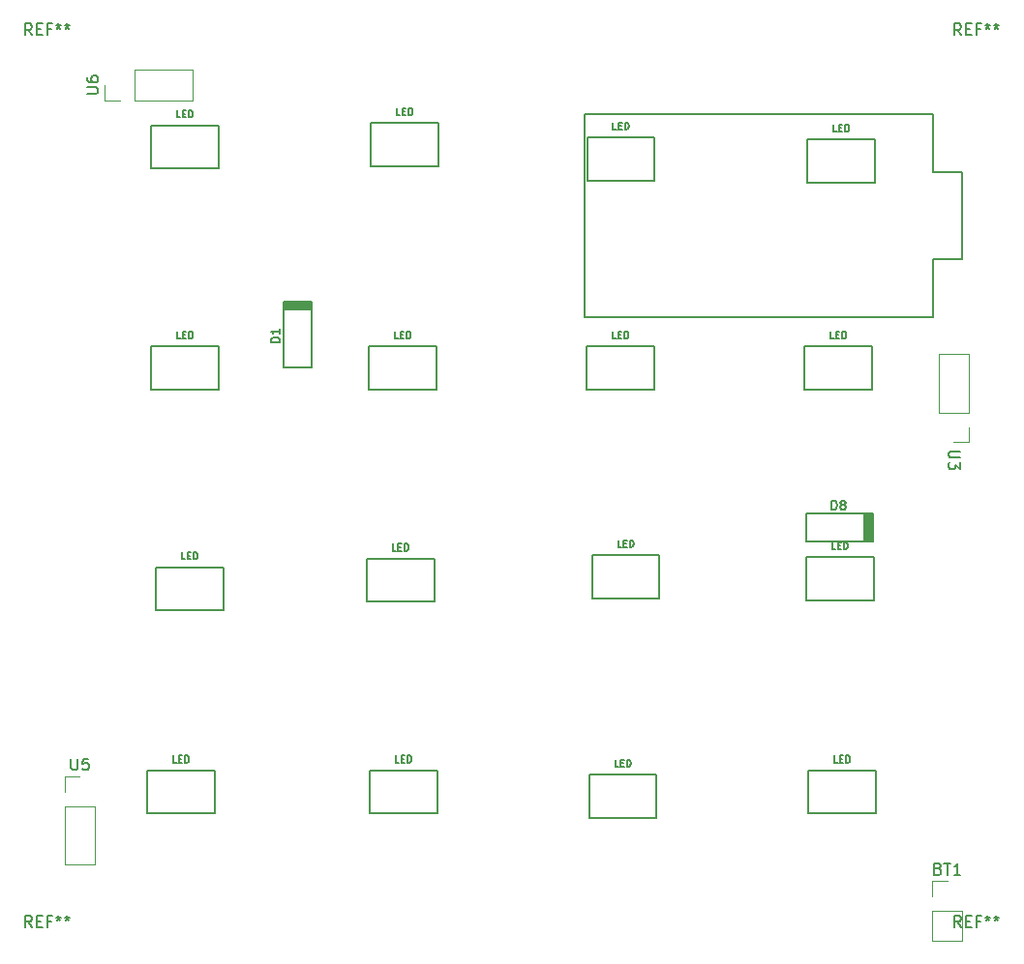
<source format=gbr>
G04 #@! TF.GenerationSoftware,KiCad,Pcbnew,(5.0.0-3-g5ebb6b6)*
G04 #@! TF.CreationDate,2019-04-29T08:54:36-07:00*
G04 #@! TF.ProjectId,arrowPad,6172726F775061642E6B696361645F70,rev?*
G04 #@! TF.SameCoordinates,Original*
G04 #@! TF.FileFunction,Legend,Top*
G04 #@! TF.FilePolarity,Positive*
%FSLAX46Y46*%
G04 Gerber Fmt 4.6, Leading zero omitted, Abs format (unit mm)*
G04 Created by KiCad (PCBNEW (5.0.0-3-g5ebb6b6)) date Monday, April 29, 2019 at 08:54:36 AM*
%MOMM*%
%LPD*%
G01*
G04 APERTURE LIST*
%ADD10C,0.200000*%
%ADD11C,0.120000*%
%ADD12C,0.150000*%
G04 APERTURE END LIST*
D10*
G04 #@! TO.C,D8*
X185160000Y-92145000D02*
X190960000Y-92145000D01*
X185160000Y-94545000D02*
X185160000Y-92145000D01*
X190960000Y-94545000D02*
X185160000Y-94545000D01*
X190885000Y-94545000D02*
X190885000Y-92145000D01*
X190760000Y-94545000D02*
X190760000Y-92145000D01*
X190985000Y-92145000D02*
X190985000Y-94545000D01*
X190585000Y-94545000D02*
X190585000Y-92145000D01*
X190410000Y-94545000D02*
X190410000Y-92145000D01*
X190235000Y-94545000D02*
X190235000Y-92145000D01*
D11*
G04 #@! TO.C,U3*
X199386500Y-78146600D02*
X196726500Y-78146600D01*
X199386500Y-83286600D02*
X199386500Y-78146600D01*
X196726500Y-83286600D02*
X196726500Y-78146600D01*
X199386500Y-83286600D02*
X196726500Y-83286600D01*
X199386500Y-84556600D02*
X199386500Y-85886600D01*
X199386500Y-85886600D02*
X198056500Y-85886600D01*
G04 #@! TO.C,U5*
X120285200Y-122869000D02*
X122945200Y-122869000D01*
X120285200Y-117729000D02*
X120285200Y-122869000D01*
X122945200Y-117729000D02*
X122945200Y-122869000D01*
X120285200Y-117729000D02*
X122945200Y-117729000D01*
X120285200Y-116459000D02*
X120285200Y-115129000D01*
X120285200Y-115129000D02*
X121615200Y-115129000D01*
D12*
G04 #@! TO.C,U1*
X196215000Y-57150000D02*
X165735000Y-57150000D01*
X196215000Y-57150000D02*
X196215000Y-62230000D01*
X196215000Y-62230000D02*
X198755000Y-62230000D01*
X198755000Y-62230000D02*
X198755000Y-69850000D01*
X198755000Y-69850000D02*
X196215000Y-69850000D01*
X196215000Y-69850000D02*
X196215000Y-74930000D01*
X196215000Y-74930000D02*
X165735000Y-74930000D01*
X165735000Y-74930000D02*
X165735000Y-57150000D01*
D11*
G04 #@! TO.C,U6*
X131505000Y-55940000D02*
X131505000Y-53280000D01*
X126365000Y-55940000D02*
X131505000Y-55940000D01*
X126365000Y-53280000D02*
X131505000Y-53280000D01*
X126365000Y-55940000D02*
X126365000Y-53280000D01*
X125095000Y-55940000D02*
X123765000Y-55940000D01*
X123765000Y-55940000D02*
X123765000Y-54610000D01*
G04 #@! TO.C,BT1*
X196155000Y-129498400D02*
X198815000Y-129498400D01*
X196155000Y-126898400D02*
X196155000Y-129498400D01*
X198815000Y-126898400D02*
X198815000Y-129498400D01*
X196155000Y-126898400D02*
X198815000Y-126898400D01*
X196155000Y-125628400D02*
X196155000Y-124298400D01*
X196155000Y-124298400D02*
X197485000Y-124298400D01*
D10*
G04 #@! TO.C,D1*
X141865200Y-74280600D02*
X139465200Y-74280600D01*
X141865200Y-74105600D02*
X139465200Y-74105600D01*
X141865200Y-73930600D02*
X139465200Y-73930600D01*
X139465200Y-73530600D02*
X141865200Y-73530600D01*
X141865200Y-73755600D02*
X139465200Y-73755600D01*
X141865200Y-73630600D02*
X139465200Y-73630600D01*
X141865200Y-73555600D02*
X141865200Y-79355600D01*
X141865200Y-79355600D02*
X139465200Y-79355600D01*
X139465200Y-79355600D02*
X139465200Y-73555600D01*
G04 #@! TO.C,D20*
X128266400Y-100604400D02*
X128266400Y-96829400D01*
X128266400Y-96829400D02*
X134166400Y-96829400D01*
X134166400Y-96829400D02*
X134166400Y-100604400D01*
X134166400Y-100604400D02*
X128266400Y-100604400D01*
G04 #@! TO.C,D21*
X152606800Y-99855100D02*
X146706800Y-99855100D01*
X152606800Y-96080100D02*
X152606800Y-99855100D01*
X146706800Y-96080100D02*
X152606800Y-96080100D01*
X146706800Y-99855100D02*
X146706800Y-96080100D01*
G04 #@! TO.C,D22*
X166417200Y-99537600D02*
X166417200Y-95762600D01*
X166417200Y-95762600D02*
X172317200Y-95762600D01*
X172317200Y-95762600D02*
X172317200Y-99537600D01*
X172317200Y-99537600D02*
X166417200Y-99537600D01*
G04 #@! TO.C,D23*
X191062400Y-99702700D02*
X185162400Y-99702700D01*
X191062400Y-95927700D02*
X191062400Y-99702700D01*
X185162400Y-95927700D02*
X191062400Y-95927700D01*
X185162400Y-99702700D02*
X185162400Y-95927700D01*
G04 #@! TO.C,D24*
X127860000Y-81275000D02*
X127860000Y-77500000D01*
X127860000Y-77500000D02*
X133760000Y-77500000D01*
X133760000Y-77500000D02*
X133760000Y-81275000D01*
X133760000Y-81275000D02*
X127860000Y-81275000D01*
G04 #@! TO.C,D25*
X152810000Y-81275000D02*
X146910000Y-81275000D01*
X152810000Y-77500000D02*
X152810000Y-81275000D01*
X146910000Y-77500000D02*
X152810000Y-77500000D01*
X146910000Y-81275000D02*
X146910000Y-77500000D01*
G04 #@! TO.C,D26*
X165960000Y-81275000D02*
X165960000Y-77500000D01*
X165960000Y-77500000D02*
X171860000Y-77500000D01*
X171860000Y-77500000D02*
X171860000Y-81275000D01*
X171860000Y-81275000D02*
X165960000Y-81275000D01*
G04 #@! TO.C,D27*
X190910000Y-81275000D02*
X185010000Y-81275000D01*
X190910000Y-77500000D02*
X190910000Y-81275000D01*
X185010000Y-77500000D02*
X190910000Y-77500000D01*
X185010000Y-81275000D02*
X185010000Y-77500000D01*
G04 #@! TO.C,D28*
X127834600Y-61907500D02*
X127834600Y-58132500D01*
X127834600Y-58132500D02*
X133734600Y-58132500D01*
X133734600Y-58132500D02*
X133734600Y-61907500D01*
X133734600Y-61907500D02*
X127834600Y-61907500D01*
G04 #@! TO.C,D29*
X152975100Y-61704300D02*
X147075100Y-61704300D01*
X152975100Y-57929300D02*
X152975100Y-61704300D01*
X147075100Y-57929300D02*
X152975100Y-57929300D01*
X147075100Y-61704300D02*
X147075100Y-57929300D01*
G04 #@! TO.C,D30*
X185264000Y-63152100D02*
X185264000Y-59377100D01*
X185264000Y-59377100D02*
X191164000Y-59377100D01*
X191164000Y-59377100D02*
X191164000Y-63152100D01*
X191164000Y-63152100D02*
X185264000Y-63152100D01*
G04 #@! TO.C,D31*
X171885400Y-62948900D02*
X165985400Y-62948900D01*
X171885400Y-59173900D02*
X171885400Y-62948900D01*
X165985400Y-59173900D02*
X171885400Y-59173900D01*
X165985400Y-62948900D02*
X165985400Y-59173900D01*
G04 #@! TO.C,D32*
X185352900Y-118397100D02*
X185352900Y-114622100D01*
X185352900Y-114622100D02*
X191252900Y-114622100D01*
X191252900Y-114622100D02*
X191252900Y-118397100D01*
X191252900Y-118397100D02*
X185352900Y-118397100D01*
G04 #@! TO.C,D33*
X172063200Y-118765400D02*
X166163200Y-118765400D01*
X172063200Y-114990400D02*
X172063200Y-118765400D01*
X166163200Y-114990400D02*
X172063200Y-114990400D01*
X166163200Y-118765400D02*
X166163200Y-114990400D01*
G04 #@! TO.C,D34*
X146973500Y-118397100D02*
X146973500Y-114622100D01*
X146973500Y-114622100D02*
X152873500Y-114622100D01*
X152873500Y-114622100D02*
X152873500Y-118397100D01*
X152873500Y-118397100D02*
X146973500Y-118397100D01*
G04 #@! TO.C,D35*
X133429800Y-118397100D02*
X127529800Y-118397100D01*
X133429800Y-114622100D02*
X133429800Y-118397100D01*
X127529800Y-114622100D02*
X133429800Y-114622100D01*
X127529800Y-118397100D02*
X127529800Y-114622100D01*
G04 #@! TO.C,D8*
D12*
X187369523Y-91781904D02*
X187369523Y-90981904D01*
X187560000Y-90981904D01*
X187674285Y-91020000D01*
X187750476Y-91096190D01*
X187788571Y-91172380D01*
X187826666Y-91324761D01*
X187826666Y-91439047D01*
X187788571Y-91591428D01*
X187750476Y-91667619D01*
X187674285Y-91743809D01*
X187560000Y-91781904D01*
X187369523Y-91781904D01*
X188283809Y-91324761D02*
X188207619Y-91286666D01*
X188169523Y-91248571D01*
X188131428Y-91172380D01*
X188131428Y-91134285D01*
X188169523Y-91058095D01*
X188207619Y-91020000D01*
X188283809Y-90981904D01*
X188436190Y-90981904D01*
X188512380Y-91020000D01*
X188550476Y-91058095D01*
X188588571Y-91134285D01*
X188588571Y-91172380D01*
X188550476Y-91248571D01*
X188512380Y-91286666D01*
X188436190Y-91324761D01*
X188283809Y-91324761D01*
X188207619Y-91362857D01*
X188169523Y-91400952D01*
X188131428Y-91477142D01*
X188131428Y-91629523D01*
X188169523Y-91705714D01*
X188207619Y-91743809D01*
X188283809Y-91781904D01*
X188436190Y-91781904D01*
X188512380Y-91743809D01*
X188550476Y-91705714D01*
X188588571Y-91629523D01*
X188588571Y-91477142D01*
X188550476Y-91400952D01*
X188512380Y-91362857D01*
X188436190Y-91324761D01*
G04 #@! TO.C,U3*
X198604119Y-86659695D02*
X197794595Y-86659695D01*
X197699357Y-86707314D01*
X197651738Y-86754933D01*
X197604119Y-86850171D01*
X197604119Y-87040647D01*
X197651738Y-87135885D01*
X197699357Y-87183504D01*
X197794595Y-87231123D01*
X198604119Y-87231123D01*
X198604119Y-87612076D02*
X198604119Y-88231123D01*
X198223166Y-87897790D01*
X198223166Y-88040647D01*
X198175547Y-88135885D01*
X198127928Y-88183504D01*
X198032690Y-88231123D01*
X197794595Y-88231123D01*
X197699357Y-88183504D01*
X197651738Y-88135885D01*
X197604119Y-88040647D01*
X197604119Y-87754933D01*
X197651738Y-87659695D01*
X197699357Y-87612076D01*
G04 #@! TO.C,U5*
X120853295Y-113581380D02*
X120853295Y-114390904D01*
X120900914Y-114486142D01*
X120948533Y-114533761D01*
X121043771Y-114581380D01*
X121234247Y-114581380D01*
X121329485Y-114533761D01*
X121377104Y-114486142D01*
X121424723Y-114390904D01*
X121424723Y-113581380D01*
X122377104Y-113581380D02*
X121900914Y-113581380D01*
X121853295Y-114057571D01*
X121900914Y-114009952D01*
X121996152Y-113962333D01*
X122234247Y-113962333D01*
X122329485Y-114009952D01*
X122377104Y-114057571D01*
X122424723Y-114152809D01*
X122424723Y-114390904D01*
X122377104Y-114486142D01*
X122329485Y-114533761D01*
X122234247Y-114581380D01*
X121996152Y-114581380D01*
X121900914Y-114533761D01*
X121853295Y-114486142D01*
G04 #@! TO.C,U6*
X122217380Y-55371904D02*
X123026904Y-55371904D01*
X123122142Y-55324285D01*
X123169761Y-55276666D01*
X123217380Y-55181428D01*
X123217380Y-54990952D01*
X123169761Y-54895714D01*
X123122142Y-54848095D01*
X123026904Y-54800476D01*
X122217380Y-54800476D01*
X122217380Y-53895714D02*
X122217380Y-54086190D01*
X122265000Y-54181428D01*
X122312619Y-54229047D01*
X122455476Y-54324285D01*
X122645952Y-54371904D01*
X123026904Y-54371904D01*
X123122142Y-54324285D01*
X123169761Y-54276666D01*
X123217380Y-54181428D01*
X123217380Y-53990952D01*
X123169761Y-53895714D01*
X123122142Y-53848095D01*
X123026904Y-53800476D01*
X122788809Y-53800476D01*
X122693571Y-53848095D01*
X122645952Y-53895714D01*
X122598333Y-53990952D01*
X122598333Y-54181428D01*
X122645952Y-54276666D01*
X122693571Y-54324285D01*
X122788809Y-54371904D01*
G04 #@! TO.C,BT1*
X196699285Y-123226971D02*
X196842142Y-123274590D01*
X196889761Y-123322209D01*
X196937380Y-123417447D01*
X196937380Y-123560304D01*
X196889761Y-123655542D01*
X196842142Y-123703161D01*
X196746904Y-123750780D01*
X196365952Y-123750780D01*
X196365952Y-122750780D01*
X196699285Y-122750780D01*
X196794523Y-122798400D01*
X196842142Y-122846019D01*
X196889761Y-122941257D01*
X196889761Y-123036495D01*
X196842142Y-123131733D01*
X196794523Y-123179352D01*
X196699285Y-123226971D01*
X196365952Y-123226971D01*
X197223095Y-122750780D02*
X197794523Y-122750780D01*
X197508809Y-123750780D02*
X197508809Y-122750780D01*
X198651666Y-123750780D02*
X198080238Y-123750780D01*
X198365952Y-123750780D02*
X198365952Y-122750780D01*
X198270714Y-122893638D01*
X198175476Y-122988876D01*
X198080238Y-123036495D01*
G04 #@! TO.C,D1*
X139102104Y-77146076D02*
X138302104Y-77146076D01*
X138302104Y-76955600D01*
X138340200Y-76841314D01*
X138416390Y-76765123D01*
X138492580Y-76727028D01*
X138644961Y-76688933D01*
X138759247Y-76688933D01*
X138911628Y-76727028D01*
X138987819Y-76765123D01*
X139064009Y-76841314D01*
X139102104Y-76955600D01*
X139102104Y-77146076D01*
X139102104Y-75927028D02*
X139102104Y-76384171D01*
X139102104Y-76155600D02*
X138302104Y-76155600D01*
X138416390Y-76231790D01*
X138492580Y-76307980D01*
X138530676Y-76384171D01*
G04 #@! TO.C,D20*
X130830685Y-96125828D02*
X130544971Y-96125828D01*
X130544971Y-95525828D01*
X131030685Y-95811542D02*
X131230685Y-95811542D01*
X131316400Y-96125828D02*
X131030685Y-96125828D01*
X131030685Y-95525828D01*
X131316400Y-95525828D01*
X131573542Y-96125828D02*
X131573542Y-95525828D01*
X131716400Y-95525828D01*
X131802114Y-95554400D01*
X131859257Y-95611542D01*
X131887828Y-95668685D01*
X131916400Y-95782971D01*
X131916400Y-95868685D01*
X131887828Y-95982971D01*
X131859257Y-96040114D01*
X131802114Y-96097257D01*
X131716400Y-96125828D01*
X131573542Y-96125828D01*
G04 #@! TO.C,D21*
X149271085Y-95376528D02*
X148985371Y-95376528D01*
X148985371Y-94776528D01*
X149471085Y-95062242D02*
X149671085Y-95062242D01*
X149756800Y-95376528D02*
X149471085Y-95376528D01*
X149471085Y-94776528D01*
X149756800Y-94776528D01*
X150013942Y-95376528D02*
X150013942Y-94776528D01*
X150156800Y-94776528D01*
X150242514Y-94805100D01*
X150299657Y-94862242D01*
X150328228Y-94919385D01*
X150356800Y-95033671D01*
X150356800Y-95119385D01*
X150328228Y-95233671D01*
X150299657Y-95290814D01*
X150242514Y-95347957D01*
X150156800Y-95376528D01*
X150013942Y-95376528D01*
G04 #@! TO.C,D22*
X168981485Y-95059028D02*
X168695771Y-95059028D01*
X168695771Y-94459028D01*
X169181485Y-94744742D02*
X169381485Y-94744742D01*
X169467200Y-95059028D02*
X169181485Y-95059028D01*
X169181485Y-94459028D01*
X169467200Y-94459028D01*
X169724342Y-95059028D02*
X169724342Y-94459028D01*
X169867200Y-94459028D01*
X169952914Y-94487600D01*
X170010057Y-94544742D01*
X170038628Y-94601885D01*
X170067200Y-94716171D01*
X170067200Y-94801885D01*
X170038628Y-94916171D01*
X170010057Y-94973314D01*
X169952914Y-95030457D01*
X169867200Y-95059028D01*
X169724342Y-95059028D01*
G04 #@! TO.C,D23*
X187726685Y-95224128D02*
X187440971Y-95224128D01*
X187440971Y-94624128D01*
X187926685Y-94909842D02*
X188126685Y-94909842D01*
X188212400Y-95224128D02*
X187926685Y-95224128D01*
X187926685Y-94624128D01*
X188212400Y-94624128D01*
X188469542Y-95224128D02*
X188469542Y-94624128D01*
X188612400Y-94624128D01*
X188698114Y-94652700D01*
X188755257Y-94709842D01*
X188783828Y-94766985D01*
X188812400Y-94881271D01*
X188812400Y-94966985D01*
X188783828Y-95081271D01*
X188755257Y-95138414D01*
X188698114Y-95195557D01*
X188612400Y-95224128D01*
X188469542Y-95224128D01*
G04 #@! TO.C,D24*
X130424285Y-76796428D02*
X130138571Y-76796428D01*
X130138571Y-76196428D01*
X130624285Y-76482142D02*
X130824285Y-76482142D01*
X130910000Y-76796428D02*
X130624285Y-76796428D01*
X130624285Y-76196428D01*
X130910000Y-76196428D01*
X131167142Y-76796428D02*
X131167142Y-76196428D01*
X131310000Y-76196428D01*
X131395714Y-76225000D01*
X131452857Y-76282142D01*
X131481428Y-76339285D01*
X131510000Y-76453571D01*
X131510000Y-76539285D01*
X131481428Y-76653571D01*
X131452857Y-76710714D01*
X131395714Y-76767857D01*
X131310000Y-76796428D01*
X131167142Y-76796428D01*
G04 #@! TO.C,D25*
X149474285Y-76796428D02*
X149188571Y-76796428D01*
X149188571Y-76196428D01*
X149674285Y-76482142D02*
X149874285Y-76482142D01*
X149960000Y-76796428D02*
X149674285Y-76796428D01*
X149674285Y-76196428D01*
X149960000Y-76196428D01*
X150217142Y-76796428D02*
X150217142Y-76196428D01*
X150360000Y-76196428D01*
X150445714Y-76225000D01*
X150502857Y-76282142D01*
X150531428Y-76339285D01*
X150560000Y-76453571D01*
X150560000Y-76539285D01*
X150531428Y-76653571D01*
X150502857Y-76710714D01*
X150445714Y-76767857D01*
X150360000Y-76796428D01*
X150217142Y-76796428D01*
G04 #@! TO.C,D26*
X168524285Y-76796428D02*
X168238571Y-76796428D01*
X168238571Y-76196428D01*
X168724285Y-76482142D02*
X168924285Y-76482142D01*
X169010000Y-76796428D02*
X168724285Y-76796428D01*
X168724285Y-76196428D01*
X169010000Y-76196428D01*
X169267142Y-76796428D02*
X169267142Y-76196428D01*
X169410000Y-76196428D01*
X169495714Y-76225000D01*
X169552857Y-76282142D01*
X169581428Y-76339285D01*
X169610000Y-76453571D01*
X169610000Y-76539285D01*
X169581428Y-76653571D01*
X169552857Y-76710714D01*
X169495714Y-76767857D01*
X169410000Y-76796428D01*
X169267142Y-76796428D01*
G04 #@! TO.C,D27*
X187574285Y-76796428D02*
X187288571Y-76796428D01*
X187288571Y-76196428D01*
X187774285Y-76482142D02*
X187974285Y-76482142D01*
X188060000Y-76796428D02*
X187774285Y-76796428D01*
X187774285Y-76196428D01*
X188060000Y-76196428D01*
X188317142Y-76796428D02*
X188317142Y-76196428D01*
X188460000Y-76196428D01*
X188545714Y-76225000D01*
X188602857Y-76282142D01*
X188631428Y-76339285D01*
X188660000Y-76453571D01*
X188660000Y-76539285D01*
X188631428Y-76653571D01*
X188602857Y-76710714D01*
X188545714Y-76767857D01*
X188460000Y-76796428D01*
X188317142Y-76796428D01*
G04 #@! TO.C,D28*
X130398885Y-57428928D02*
X130113171Y-57428928D01*
X130113171Y-56828928D01*
X130598885Y-57114642D02*
X130798885Y-57114642D01*
X130884600Y-57428928D02*
X130598885Y-57428928D01*
X130598885Y-56828928D01*
X130884600Y-56828928D01*
X131141742Y-57428928D02*
X131141742Y-56828928D01*
X131284600Y-56828928D01*
X131370314Y-56857500D01*
X131427457Y-56914642D01*
X131456028Y-56971785D01*
X131484600Y-57086071D01*
X131484600Y-57171785D01*
X131456028Y-57286071D01*
X131427457Y-57343214D01*
X131370314Y-57400357D01*
X131284600Y-57428928D01*
X131141742Y-57428928D01*
G04 #@! TO.C,D29*
X149639385Y-57225728D02*
X149353671Y-57225728D01*
X149353671Y-56625728D01*
X149839385Y-56911442D02*
X150039385Y-56911442D01*
X150125100Y-57225728D02*
X149839385Y-57225728D01*
X149839385Y-56625728D01*
X150125100Y-56625728D01*
X150382242Y-57225728D02*
X150382242Y-56625728D01*
X150525100Y-56625728D01*
X150610814Y-56654300D01*
X150667957Y-56711442D01*
X150696528Y-56768585D01*
X150725100Y-56882871D01*
X150725100Y-56968585D01*
X150696528Y-57082871D01*
X150667957Y-57140014D01*
X150610814Y-57197157D01*
X150525100Y-57225728D01*
X150382242Y-57225728D01*
G04 #@! TO.C,D30*
X187828285Y-58673528D02*
X187542571Y-58673528D01*
X187542571Y-58073528D01*
X188028285Y-58359242D02*
X188228285Y-58359242D01*
X188314000Y-58673528D02*
X188028285Y-58673528D01*
X188028285Y-58073528D01*
X188314000Y-58073528D01*
X188571142Y-58673528D02*
X188571142Y-58073528D01*
X188714000Y-58073528D01*
X188799714Y-58102100D01*
X188856857Y-58159242D01*
X188885428Y-58216385D01*
X188914000Y-58330671D01*
X188914000Y-58416385D01*
X188885428Y-58530671D01*
X188856857Y-58587814D01*
X188799714Y-58644957D01*
X188714000Y-58673528D01*
X188571142Y-58673528D01*
G04 #@! TO.C,D31*
X168549685Y-58470328D02*
X168263971Y-58470328D01*
X168263971Y-57870328D01*
X168749685Y-58156042D02*
X168949685Y-58156042D01*
X169035400Y-58470328D02*
X168749685Y-58470328D01*
X168749685Y-57870328D01*
X169035400Y-57870328D01*
X169292542Y-58470328D02*
X169292542Y-57870328D01*
X169435400Y-57870328D01*
X169521114Y-57898900D01*
X169578257Y-57956042D01*
X169606828Y-58013185D01*
X169635400Y-58127471D01*
X169635400Y-58213185D01*
X169606828Y-58327471D01*
X169578257Y-58384614D01*
X169521114Y-58441757D01*
X169435400Y-58470328D01*
X169292542Y-58470328D01*
G04 #@! TO.C,D32*
X187917185Y-113918528D02*
X187631471Y-113918528D01*
X187631471Y-113318528D01*
X188117185Y-113604242D02*
X188317185Y-113604242D01*
X188402900Y-113918528D02*
X188117185Y-113918528D01*
X188117185Y-113318528D01*
X188402900Y-113318528D01*
X188660042Y-113918528D02*
X188660042Y-113318528D01*
X188802900Y-113318528D01*
X188888614Y-113347100D01*
X188945757Y-113404242D01*
X188974328Y-113461385D01*
X189002900Y-113575671D01*
X189002900Y-113661385D01*
X188974328Y-113775671D01*
X188945757Y-113832814D01*
X188888614Y-113889957D01*
X188802900Y-113918528D01*
X188660042Y-113918528D01*
G04 #@! TO.C,D33*
X168727485Y-114286828D02*
X168441771Y-114286828D01*
X168441771Y-113686828D01*
X168927485Y-113972542D02*
X169127485Y-113972542D01*
X169213200Y-114286828D02*
X168927485Y-114286828D01*
X168927485Y-113686828D01*
X169213200Y-113686828D01*
X169470342Y-114286828D02*
X169470342Y-113686828D01*
X169613200Y-113686828D01*
X169698914Y-113715400D01*
X169756057Y-113772542D01*
X169784628Y-113829685D01*
X169813200Y-113943971D01*
X169813200Y-114029685D01*
X169784628Y-114143971D01*
X169756057Y-114201114D01*
X169698914Y-114258257D01*
X169613200Y-114286828D01*
X169470342Y-114286828D01*
G04 #@! TO.C,D34*
X149537785Y-113918528D02*
X149252071Y-113918528D01*
X149252071Y-113318528D01*
X149737785Y-113604242D02*
X149937785Y-113604242D01*
X150023500Y-113918528D02*
X149737785Y-113918528D01*
X149737785Y-113318528D01*
X150023500Y-113318528D01*
X150280642Y-113918528D02*
X150280642Y-113318528D01*
X150423500Y-113318528D01*
X150509214Y-113347100D01*
X150566357Y-113404242D01*
X150594928Y-113461385D01*
X150623500Y-113575671D01*
X150623500Y-113661385D01*
X150594928Y-113775671D01*
X150566357Y-113832814D01*
X150509214Y-113889957D01*
X150423500Y-113918528D01*
X150280642Y-113918528D01*
G04 #@! TO.C,D35*
X130094085Y-113918528D02*
X129808371Y-113918528D01*
X129808371Y-113318528D01*
X130294085Y-113604242D02*
X130494085Y-113604242D01*
X130579800Y-113918528D02*
X130294085Y-113918528D01*
X130294085Y-113318528D01*
X130579800Y-113318528D01*
X130836942Y-113918528D02*
X130836942Y-113318528D01*
X130979800Y-113318528D01*
X131065514Y-113347100D01*
X131122657Y-113404242D01*
X131151228Y-113461385D01*
X131179800Y-113575671D01*
X131179800Y-113661385D01*
X131151228Y-113775671D01*
X131122657Y-113832814D01*
X131065514Y-113889957D01*
X130979800Y-113918528D01*
X130836942Y-113918528D01*
G04 #@! TO.C,REF\002A\002A*
X117411666Y-128332380D02*
X117078333Y-127856190D01*
X116840238Y-128332380D02*
X116840238Y-127332380D01*
X117221190Y-127332380D01*
X117316428Y-127380000D01*
X117364047Y-127427619D01*
X117411666Y-127522857D01*
X117411666Y-127665714D01*
X117364047Y-127760952D01*
X117316428Y-127808571D01*
X117221190Y-127856190D01*
X116840238Y-127856190D01*
X117840238Y-127808571D02*
X118173571Y-127808571D01*
X118316428Y-128332380D02*
X117840238Y-128332380D01*
X117840238Y-127332380D01*
X118316428Y-127332380D01*
X119078333Y-127808571D02*
X118745000Y-127808571D01*
X118745000Y-128332380D02*
X118745000Y-127332380D01*
X119221190Y-127332380D01*
X119745000Y-127332380D02*
X119745000Y-127570476D01*
X119506904Y-127475238D02*
X119745000Y-127570476D01*
X119983095Y-127475238D01*
X119602142Y-127760952D02*
X119745000Y-127570476D01*
X119887857Y-127760952D01*
X120506904Y-127332380D02*
X120506904Y-127570476D01*
X120268809Y-127475238D02*
X120506904Y-127570476D01*
X120745000Y-127475238D01*
X120364047Y-127760952D02*
X120506904Y-127570476D01*
X120649761Y-127760952D01*
X198691666Y-128332380D02*
X198358333Y-127856190D01*
X198120238Y-128332380D02*
X198120238Y-127332380D01*
X198501190Y-127332380D01*
X198596428Y-127380000D01*
X198644047Y-127427619D01*
X198691666Y-127522857D01*
X198691666Y-127665714D01*
X198644047Y-127760952D01*
X198596428Y-127808571D01*
X198501190Y-127856190D01*
X198120238Y-127856190D01*
X199120238Y-127808571D02*
X199453571Y-127808571D01*
X199596428Y-128332380D02*
X199120238Y-128332380D01*
X199120238Y-127332380D01*
X199596428Y-127332380D01*
X200358333Y-127808571D02*
X200025000Y-127808571D01*
X200025000Y-128332380D02*
X200025000Y-127332380D01*
X200501190Y-127332380D01*
X201025000Y-127332380D02*
X201025000Y-127570476D01*
X200786904Y-127475238D02*
X201025000Y-127570476D01*
X201263095Y-127475238D01*
X200882142Y-127760952D02*
X201025000Y-127570476D01*
X201167857Y-127760952D01*
X201786904Y-127332380D02*
X201786904Y-127570476D01*
X201548809Y-127475238D02*
X201786904Y-127570476D01*
X202025000Y-127475238D01*
X201644047Y-127760952D02*
X201786904Y-127570476D01*
X201929761Y-127760952D01*
X198691666Y-50227380D02*
X198358333Y-49751190D01*
X198120238Y-50227380D02*
X198120238Y-49227380D01*
X198501190Y-49227380D01*
X198596428Y-49275000D01*
X198644047Y-49322619D01*
X198691666Y-49417857D01*
X198691666Y-49560714D01*
X198644047Y-49655952D01*
X198596428Y-49703571D01*
X198501190Y-49751190D01*
X198120238Y-49751190D01*
X199120238Y-49703571D02*
X199453571Y-49703571D01*
X199596428Y-50227380D02*
X199120238Y-50227380D01*
X199120238Y-49227380D01*
X199596428Y-49227380D01*
X200358333Y-49703571D02*
X200025000Y-49703571D01*
X200025000Y-50227380D02*
X200025000Y-49227380D01*
X200501190Y-49227380D01*
X201025000Y-49227380D02*
X201025000Y-49465476D01*
X200786904Y-49370238D02*
X201025000Y-49465476D01*
X201263095Y-49370238D01*
X200882142Y-49655952D02*
X201025000Y-49465476D01*
X201167857Y-49655952D01*
X201786904Y-49227380D02*
X201786904Y-49465476D01*
X201548809Y-49370238D02*
X201786904Y-49465476D01*
X202025000Y-49370238D01*
X201644047Y-49655952D02*
X201786904Y-49465476D01*
X201929761Y-49655952D01*
X117411666Y-50227380D02*
X117078333Y-49751190D01*
X116840238Y-50227380D02*
X116840238Y-49227380D01*
X117221190Y-49227380D01*
X117316428Y-49275000D01*
X117364047Y-49322619D01*
X117411666Y-49417857D01*
X117411666Y-49560714D01*
X117364047Y-49655952D01*
X117316428Y-49703571D01*
X117221190Y-49751190D01*
X116840238Y-49751190D01*
X117840238Y-49703571D02*
X118173571Y-49703571D01*
X118316428Y-50227380D02*
X117840238Y-50227380D01*
X117840238Y-49227380D01*
X118316428Y-49227380D01*
X119078333Y-49703571D02*
X118745000Y-49703571D01*
X118745000Y-50227380D02*
X118745000Y-49227380D01*
X119221190Y-49227380D01*
X119745000Y-49227380D02*
X119745000Y-49465476D01*
X119506904Y-49370238D02*
X119745000Y-49465476D01*
X119983095Y-49370238D01*
X119602142Y-49655952D02*
X119745000Y-49465476D01*
X119887857Y-49655952D01*
X120506904Y-49227380D02*
X120506904Y-49465476D01*
X120268809Y-49370238D02*
X120506904Y-49465476D01*
X120745000Y-49370238D01*
X120364047Y-49655952D02*
X120506904Y-49465476D01*
X120649761Y-49655952D01*
G04 #@! TD*
M02*

</source>
